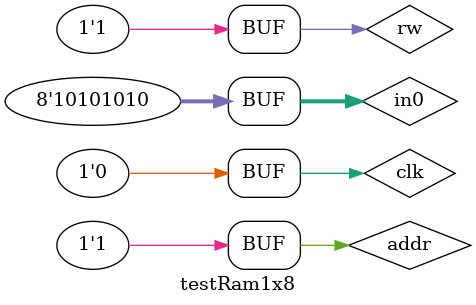
<source format=v>

`include"ram1x4.v"

module ram1x8(output[7:0] s, input[7:0] in0, input addr, input rw, input clk);
	ram1x4 RAM1X4_0(s[7:4], in0[7:4], clk, rw, addr);
	ram1x4 RAM1X4_1(s[3:0], in0[3:0], clk, rw, addr);
endmodule

module testRam1x8;
	wire[7:0] s;
	reg[7:0] in0;
	reg addr, rw, clk;
	
	ram1x8 RAM1X8(s, in0, addr, rw, clk);
	
	initial begin
	$display("Exercicio03 - Átila Martins Silva Júnior - 449014");
	
	in0 = 8'b00000000;  addr = 1; rw = 1; clk = 0;
	
	$monitor("input: %b output: %b",in0,s);
	#4in0 = 8'b10101010;
	#4clk = 1;
	#4clk = 0;
	end
endmodule

</source>
